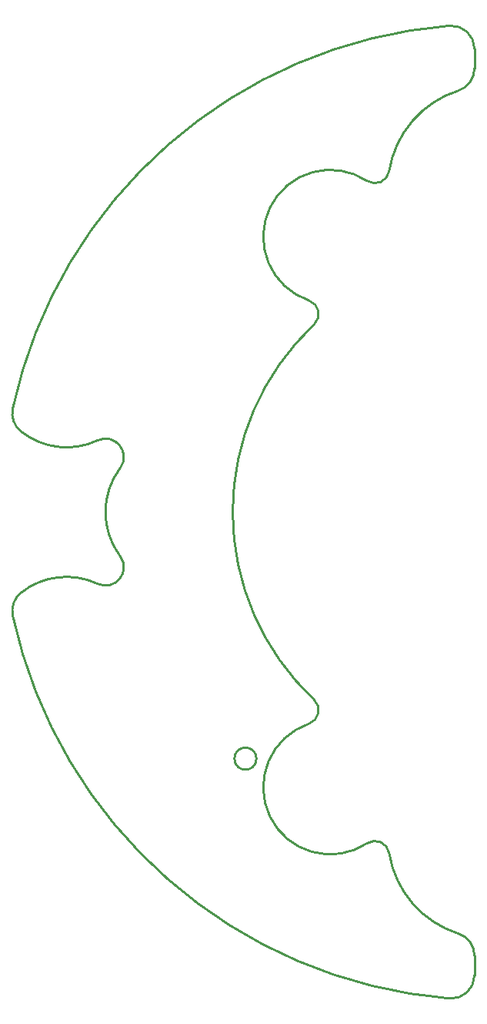
<source format=gbr>
G04 #@! TF.GenerationSoftware,KiCad,Pcbnew,(5.1.5)-3*
G04 #@! TF.CreationDate,2020-06-25T14:03:02-07:00*
G04 #@! TF.ProjectId,LCP_Battery,4c43505f-4261-4747-9465-72792e6b6963,rev?*
G04 #@! TF.SameCoordinates,Original*
G04 #@! TF.FileFunction,Profile,NP*
%FSLAX46Y46*%
G04 Gerber Fmt 4.6, Leading zero omitted, Abs format (unit mm)*
G04 Created by KiCad (PCBNEW (5.1.5)-3) date 2020-06-25 14:03:02*
%MOMM*%
%LPD*%
G04 APERTURE LIST*
%ADD10C,0.254000*%
G04 APERTURE END LIST*
D10*
X82869368Y-77805872D02*
G75*
G02X130931691Y-35755358I52395068J-11393734D01*
G01*
X94683646Y-94033791D02*
G75*
G02X92206236Y-97078556I-1618645J-1213240D01*
G01*
X124291495Y-51725228D02*
G75*
G02X131904843Y-42888369I10972941J-1755628D01*
G01*
X116023275Y-109801664D02*
G75*
G02X116023275Y-68597548I19241161J20602058D01*
G01*
X109682453Y-116291803D02*
G75*
G03X109682453Y-116291803I-1206500J0D01*
G01*
X121850275Y-125599315D02*
G75*
G02X124291496Y-126673984I873658J-1325473D01*
G01*
X92206235Y-81320656D02*
G75*
G02X94683647Y-84365420I858766J-1831525D01*
G01*
X94683647Y-94033792D02*
G75*
G02X94683647Y-84365420I6449539J4834186D01*
G01*
X92206236Y-81320656D02*
G75*
G02X83771680Y-80334625I-3421777J7297765D01*
G01*
X115447203Y-65933152D02*
G75*
G02X116023275Y-68597548I-507486J-1504199D01*
G01*
X83771680Y-80334625D02*
G75*
G02X82869368Y-77805873I1579681J1989022D01*
G01*
X133676937Y-40467230D02*
G75*
G02X131904843Y-42888369I-2540000J1D01*
G01*
X116023276Y-109801665D02*
G75*
G02X115447202Y-112466060I-1083559J-1160196D01*
G01*
X115447201Y-65933152D02*
G75*
G02X121851239Y-52800531I2354735J6979483D01*
G01*
X124291495Y-51725228D02*
G75*
G02X121851239Y-52800531I-1567562J250804D01*
G01*
X121851238Y-125598681D02*
G75*
G02X115447202Y-112466060I-4049302J6153138D01*
G01*
X133676936Y-40467229D02*
X133676936Y-38287052D01*
X130931692Y-35755358D02*
G75*
G02X133676937Y-38287052I205245J-2531694D01*
G01*
X131904843Y-135510842D02*
G75*
G02X124291496Y-126673984I3359593J10592486D01*
G01*
X131904844Y-135510844D02*
G75*
G02X133676936Y-137931983I-767907J-2421139D01*
G01*
X133676936Y-140112160D02*
X133676936Y-137931983D01*
X133676937Y-140112161D02*
G75*
G02X130931691Y-142643854I-2540000J1D01*
G01*
X130931690Y-142643854D02*
G75*
G02X82869368Y-100593339I4332746J53444248D01*
G01*
X82869367Y-100593339D02*
G75*
G02X83771680Y-98064587I2481994J539730D01*
G01*
X83771680Y-98064587D02*
G75*
G02X92206236Y-97078556I5012779J-6311734D01*
G01*
M02*

</source>
